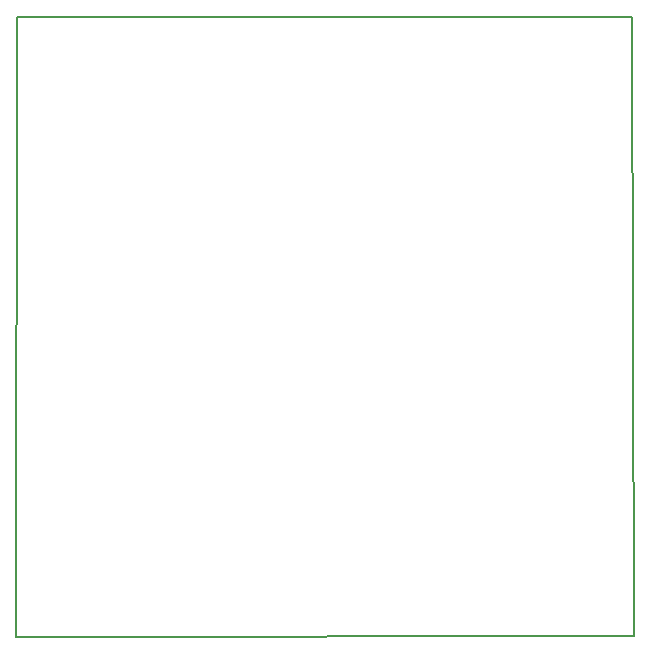
<source format=gm1>
G04 #@! TF.GenerationSoftware,KiCad,Pcbnew,5.0.2-bee76a0~70~ubuntu14.04.1*
G04 #@! TF.CreationDate,2018-12-14T18:36:53-07:00*
G04 #@! TF.ProjectId,breakout,62726561-6b6f-4757-942e-6b696361645f,rev?*
G04 #@! TF.SameCoordinates,Original*
G04 #@! TF.FileFunction,Profile,NP*
%FSLAX46Y46*%
G04 Gerber Fmt 4.6, Leading zero omitted, Abs format (unit mm)*
G04 Created by KiCad (PCBNEW 5.0.2-bee76a0~70~ubuntu14.04.1) date Fri 14 Dec 2018 06:36:53 PM MST*
%MOMM*%
%LPD*%
G01*
G04 APERTURE LIST*
%ADD10C,0.150000*%
G04 APERTURE END LIST*
D10*
X155430220Y-116860320D02*
X103154480Y-116878100D01*
X103154480Y-116878100D02*
X103235760Y-64381380D01*
X155295600Y-64399160D02*
X155430220Y-116855240D01*
X103230680Y-64386460D02*
X155295600Y-64399160D01*
M02*

</source>
